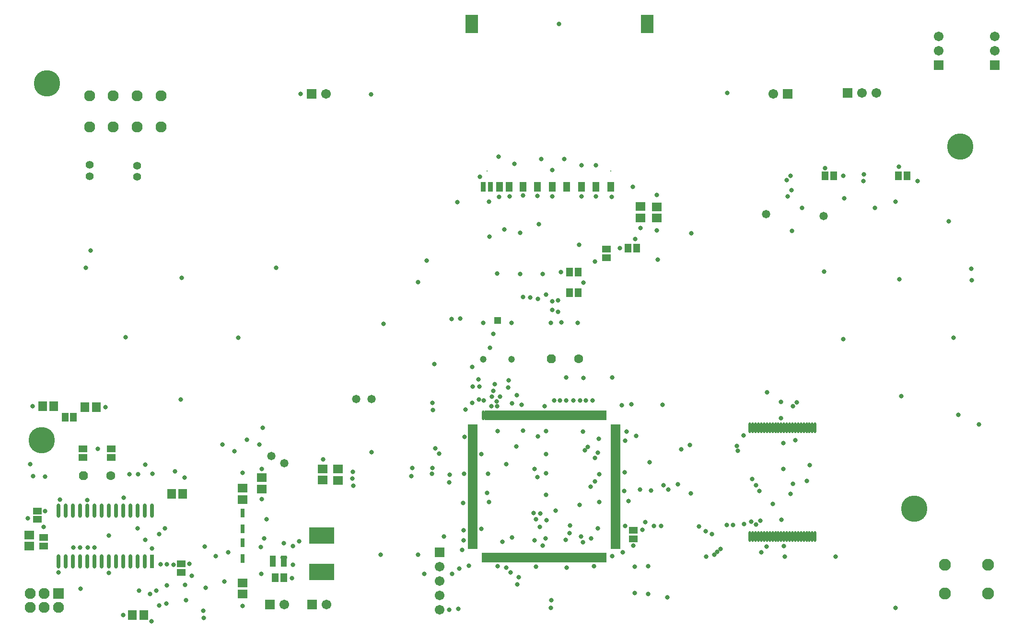
<source format=gbs>
G04 Layer_Color=16711935*
%FSLAX25Y25*%
%MOIN*%
G70*
G01*
G75*
%ADD93R,0.05131X0.06312*%
%ADD94R,0.06312X0.05131*%
%ADD95R,0.06312X0.06706*%
%ADD96R,0.04343X0.02769*%
G04:AMPARAMS|DCode=97|XSize=43.43mil|YSize=27.69mil|CornerRadius=8.92mil|HoleSize=0mil|Usage=FLASHONLY|Rotation=0.000|XOffset=0mil|YOffset=0mil|HoleType=Round|Shape=RoundedRectangle|*
%AMROUNDEDRECTD97*
21,1,0.04343,0.00984,0,0,0.0*
21,1,0.02559,0.02769,0,0,0.0*
1,1,0.01784,0.01280,-0.00492*
1,1,0.01784,-0.01280,-0.00492*
1,1,0.01784,-0.01280,0.00492*
1,1,0.01784,0.01280,0.00492*
%
%ADD97ROUNDEDRECTD97*%
%ADD98R,0.06706X0.06312*%
%ADD99R,0.03162X0.06115*%
%ADD105R,0.17532X0.11706*%
%ADD110C,0.18300*%
%ADD111R,0.07631X0.07631*%
%ADD112C,0.07631*%
%ADD113C,0.00800*%
%ADD114C,0.07700*%
%ADD115R,0.06706X0.06706*%
%ADD116C,0.06706*%
%ADD117C,0.04700*%
%ADD118C,0.08300*%
%ADD119R,0.06706X0.06706*%
%ADD120P,0.06832X8X22.5*%
%ADD121C,0.06312*%
%ADD122C,0.05524*%
%ADD123C,0.05800*%
%ADD124C,0.03300*%
%ADD125R,0.08674X0.12611*%
%ADD126R,0.03556X0.06706*%
%ADD127R,0.04737X0.06706*%
%ADD128R,0.04700X0.04700*%
%ADD129O,0.01981X0.06706*%
%ADD130R,0.01981X0.06706*%
%ADD131R,0.06706X0.01981*%
%ADD132O,0.01981X0.07493*%
%ADD133O,0.02800X0.09800*%
%ADD134R,0.02800X0.09800*%
D93*
X39553Y147100D02*
D03*
X33647D02*
D03*
X425047Y264900D02*
D03*
X430953D02*
D03*
X384547Y248200D02*
D03*
X390453D02*
D03*
X384547Y233800D02*
D03*
X390453D02*
D03*
X613147Y315000D02*
D03*
X619053D02*
D03*
X562147D02*
D03*
X568053D02*
D03*
X185653Y35300D02*
D03*
X179747D02*
D03*
D94*
X410000Y264153D02*
D03*
Y258247D02*
D03*
X114500Y39047D02*
D03*
Y44953D02*
D03*
X14300Y81853D02*
D03*
Y75947D02*
D03*
X46000Y125053D02*
D03*
Y119147D02*
D03*
X65800Y125053D02*
D03*
Y119147D02*
D03*
X428600Y68453D02*
D03*
Y62547D02*
D03*
X18800Y63453D02*
D03*
Y57547D02*
D03*
D95*
X88337Y9400D02*
D03*
X80463D02*
D03*
X115537Y93900D02*
D03*
X107663D02*
D03*
X25837Y154900D02*
D03*
X17963D02*
D03*
X55337Y154100D02*
D03*
X47463D02*
D03*
D96*
X178120Y44382D02*
D03*
Y46941D02*
D03*
Y49500D02*
D03*
X185600Y44382D02*
D03*
Y46941D02*
D03*
D97*
Y49500D02*
D03*
D98*
X170500Y97063D02*
D03*
Y104937D02*
D03*
X445100Y285663D02*
D03*
Y293537D02*
D03*
X433800Y285863D02*
D03*
Y293737D02*
D03*
X223300Y111037D02*
D03*
Y103163D02*
D03*
X212700Y111237D02*
D03*
Y103363D02*
D03*
X156900Y89863D02*
D03*
Y97737D02*
D03*
X157000Y23963D02*
D03*
Y31837D02*
D03*
X8700Y57363D02*
D03*
Y65237D02*
D03*
D99*
X156900Y69288D02*
D03*
Y80312D02*
D03*
Y48688D02*
D03*
Y59712D02*
D03*
D105*
X212000Y64877D02*
D03*
Y39523D02*
D03*
D110*
X17500Y131000D02*
D03*
X656000Y335500D02*
D03*
X624000Y83500D02*
D03*
X21000Y379500D02*
D03*
D111*
X29000Y24500D02*
D03*
D112*
X19158D02*
D03*
X9315D02*
D03*
X29000Y14658D02*
D03*
X19158D02*
D03*
X9315D02*
D03*
D113*
X327021Y318450D02*
D03*
X413084D02*
D03*
D114*
X50600Y349000D02*
D03*
X67150D02*
D03*
X83690D02*
D03*
X100230D02*
D03*
Y370700D02*
D03*
X83690D02*
D03*
X67150D02*
D03*
X50600D02*
D03*
D115*
X641100Y392200D02*
D03*
X680200D02*
D03*
X293900Y53000D02*
D03*
D116*
X641100Y402200D02*
D03*
Y412200D02*
D03*
X680200Y402200D02*
D03*
Y412200D02*
D03*
X215000Y372000D02*
D03*
X526000D02*
D03*
X215300Y16800D02*
D03*
X293900Y43000D02*
D03*
Y33000D02*
D03*
Y23000D02*
D03*
Y13000D02*
D03*
X186200Y16800D02*
D03*
X597700Y372600D02*
D03*
X587700D02*
D03*
D117*
X344100Y187500D02*
D03*
X324415D02*
D03*
D118*
X645475Y44413D02*
D03*
Y24413D02*
D03*
X675475D02*
D03*
Y44413D02*
D03*
D119*
X205000Y372000D02*
D03*
X536000D02*
D03*
X205300Y16800D02*
D03*
X176200D02*
D03*
X577700Y372600D02*
D03*
D120*
X371594Y187700D02*
D03*
X46294Y106500D02*
D03*
D121*
X390806Y187700D02*
D03*
X65506Y106500D02*
D03*
D122*
X50800Y314800D02*
D03*
Y322674D02*
D03*
X83600Y314300D02*
D03*
Y322174D02*
D03*
D123*
X235900Y159900D02*
D03*
X246800D02*
D03*
X185900Y115000D02*
D03*
X177000Y120200D02*
D03*
X561100Y287100D02*
D03*
X521200Y288400D02*
D03*
D124*
X479300Y50000D02*
D03*
X534200D02*
D03*
X521300Y57000D02*
D03*
X517600Y53100D02*
D03*
X439000Y43300D02*
D03*
X533000Y111000D02*
D03*
X332500Y170000D02*
D03*
X359500Y80500D02*
D03*
X392500Y64000D02*
D03*
X285000Y256000D02*
D03*
X402067Y255567D02*
D03*
X391000Y267000D02*
D03*
X469055Y275055D02*
D03*
X533300Y57500D02*
D03*
X485000Y51400D02*
D03*
X393600Y60000D02*
D03*
X414000Y50500D02*
D03*
X384500Y66500D02*
D03*
X364000Y80000D02*
D03*
X363600Y70800D02*
D03*
X368000Y93000D02*
D03*
X362000Y105500D02*
D03*
X360000Y111000D02*
D03*
X368500Y75500D02*
D03*
X334500Y43500D02*
D03*
X483300Y65900D02*
D03*
X474300Y71000D02*
D03*
X479000Y67800D02*
D03*
X445600Y256700D02*
D03*
X419300Y264900D02*
D03*
X302547Y215553D02*
D03*
X308453Y215753D02*
D03*
X328800Y272600D02*
D03*
X279200Y241000D02*
D03*
X368000Y108000D02*
D03*
Y121500D02*
D03*
X362400Y133700D02*
D03*
X138500Y50500D02*
D03*
X156900Y108500D02*
D03*
X170500Y90000D02*
D03*
X172200Y62900D02*
D03*
X64200Y38800D02*
D03*
X9500Y114500D02*
D03*
X18800Y70800D02*
D03*
X11500Y106000D02*
D03*
X19653Y105653D02*
D03*
X89500Y114000D02*
D03*
X170500Y111000D02*
D03*
X494200Y372700D02*
D03*
X93800Y5000D02*
D03*
X84500Y107500D02*
D03*
X143100Y128200D02*
D03*
X168800D02*
D03*
X159900Y131400D02*
D03*
X151300Y123500D02*
D03*
X94300Y107600D02*
D03*
X116800Y105100D02*
D03*
X283300Y38200D02*
D03*
X84116Y69716D02*
D03*
X94200Y55800D02*
D03*
X246800Y122900D02*
D03*
X234000Y99400D02*
D03*
X433700Y278700D02*
D03*
X233500Y104300D02*
D03*
X110000Y109400D02*
D03*
X233600Y109000D02*
D03*
X54200Y56500D02*
D03*
X49300D02*
D03*
X44200D02*
D03*
X39300D02*
D03*
X74300Y91100D02*
D03*
X7800Y76700D02*
D03*
X49200Y89400D02*
D03*
X19653Y81853D02*
D03*
X344100Y212600D02*
D03*
X423000Y130900D02*
D03*
X428600Y57600D02*
D03*
X441141Y95941D02*
D03*
X453100Y96800D02*
D03*
X459600Y100400D02*
D03*
X311457Y133443D02*
D03*
X323153Y121553D02*
D03*
X327800Y107900D02*
D03*
X381600Y61600D02*
D03*
X340500Y114400D02*
D03*
X391300Y86200D02*
D03*
X405100Y88200D02*
D03*
X404900Y107300D02*
D03*
X393800Y137000D02*
D03*
X367900Y137300D02*
D03*
X352200Y137600D02*
D03*
X334500Y137300D02*
D03*
X613800Y243200D02*
D03*
X574700Y201300D02*
D03*
X614900Y161600D02*
D03*
X651400Y202400D02*
D03*
X75700Y202700D02*
D03*
X113900Y159400D02*
D03*
X153900Y202400D02*
D03*
X114600Y244100D02*
D03*
X51500Y263000D02*
D03*
X48000Y251000D02*
D03*
X170900Y139600D02*
D03*
X180363Y251137D02*
D03*
X561437Y248437D02*
D03*
X648063Y283437D02*
D03*
X531500Y146500D02*
D03*
X569500Y50000D02*
D03*
X611000Y14500D02*
D03*
X541500Y131000D02*
D03*
X511500Y104000D02*
D03*
X439900Y115900D02*
D03*
X549300Y102800D02*
D03*
X521700Y164300D02*
D03*
X246500Y371700D02*
D03*
X197400Y372000D02*
D03*
X654563Y148637D02*
D03*
X663563Y250437D02*
D03*
X574700Y315000D02*
D03*
X561900Y320400D02*
D03*
X664037Y242563D02*
D03*
X487200Y53500D02*
D03*
X346000Y323300D02*
D03*
X306300Y296900D02*
D03*
X352217Y301583D02*
D03*
X372296Y300796D02*
D03*
X364600Y326700D02*
D03*
X380600D02*
D03*
X372500Y319000D02*
D03*
X392700Y300600D02*
D03*
Y322500D02*
D03*
X402800Y322400D02*
D03*
Y300900D02*
D03*
X413563Y300537D02*
D03*
X428400Y307500D02*
D03*
X323053Y69453D02*
D03*
X335300Y300500D02*
D03*
X342600Y300600D02*
D03*
X328437Y296963D02*
D03*
X362900Y281400D02*
D03*
X362178Y300978D02*
D03*
X339100Y277900D02*
D03*
X349900Y275300D02*
D03*
X445100Y301700D02*
D03*
Y277000D02*
D03*
X377016Y420616D02*
D03*
X374800Y82162D02*
D03*
X359900Y61500D02*
D03*
X328300Y88200D02*
D03*
X311000Y107900D02*
D03*
X462200Y124900D02*
D03*
X427400Y156000D02*
D03*
X371500Y212800D02*
D03*
X390100Y212800D02*
D03*
X324400Y212800D02*
D03*
X252900Y51300D02*
D03*
X279000Y51400D02*
D03*
X401400Y43500D02*
D03*
X539200Y276600D02*
D03*
X394200Y174500D02*
D03*
X669000Y142000D02*
D03*
X11100Y154900D02*
D03*
X61800Y154100D02*
D03*
X56253Y125053D02*
D03*
X169600Y56800D02*
D03*
X169900Y38100D02*
D03*
X73900Y9400D02*
D03*
X104300Y44800D02*
D03*
X157000Y15700D02*
D03*
X173600Y76100D02*
D03*
X144500Y32800D02*
D03*
X146900Y52947D02*
D03*
X192000Y57300D02*
D03*
X99100Y65600D02*
D03*
X452400Y21800D02*
D03*
X422300Y95800D02*
D03*
X439000Y24200D02*
D03*
X402100Y102500D02*
D03*
X371600Y19700D02*
D03*
X429800Y43100D02*
D03*
X104000Y17300D02*
D03*
X307000Y13900D02*
D03*
X130100Y7300D02*
D03*
X117700Y19700D02*
D03*
X97000Y26500D02*
D03*
X300700Y13100D02*
D03*
X129800Y12500D02*
D03*
X99200Y16200D02*
D03*
X212900Y117600D02*
D03*
X626300Y311300D02*
D03*
X192182Y44382D02*
D03*
X404200Y69600D02*
D03*
X545900Y292600D02*
D03*
X321900Y314400D02*
D03*
X588872Y311573D02*
D03*
X535300Y312200D02*
D03*
X429800Y24900D02*
D03*
X399550Y62650D02*
D03*
X489500Y55500D02*
D03*
X435100Y68600D02*
D03*
X447900Y71300D02*
D03*
X442900D02*
D03*
X425400Y88900D02*
D03*
X468645Y94245D02*
D03*
X433500Y96800D02*
D03*
X422600Y108800D02*
D03*
X468100Y127600D02*
D03*
X500700Y127100D02*
D03*
X501400Y123900D02*
D03*
X532900Y129200D02*
D03*
X551300Y113600D02*
D03*
X525600Y86600D02*
D03*
X448900Y155800D02*
D03*
X420700Y155300D02*
D03*
X351000Y155700D02*
D03*
X310800Y61400D02*
D03*
X100100Y44600D02*
D03*
X104400Y30200D02*
D03*
X117100Y30500D02*
D03*
X185700Y59400D02*
D03*
X196300Y60800D02*
D03*
X366900Y154600D02*
D03*
X400500Y158900D02*
D03*
X382100Y174600D02*
D03*
X348900Y35700D02*
D03*
X348000Y30900D02*
D03*
X340500Y42300D02*
D03*
X343300Y39100D02*
D03*
X361200Y43000D02*
D03*
X539800Y154600D02*
D03*
X531500Y157900D02*
D03*
X542500Y157400D02*
D03*
X493600Y72100D02*
D03*
X498000D02*
D03*
X436900Y74000D02*
D03*
X382400Y42500D02*
D03*
X538000Y315200D02*
D03*
X538600Y305000D02*
D03*
X575400Y299400D02*
D03*
X596700Y292900D02*
D03*
X610900Y297200D02*
D03*
X404800Y132100D02*
D03*
X531800Y75700D02*
D03*
X44500Y27700D02*
D03*
X191500Y35000D02*
D03*
X505300Y134300D02*
D03*
X423000Y71400D02*
D03*
X613500Y321500D02*
D03*
X109000Y44500D02*
D03*
X535900Y300700D02*
D03*
X510800Y74500D02*
D03*
X516300Y95700D02*
D03*
X514100Y72300D02*
D03*
X505700Y72600D02*
D03*
X395600Y158700D02*
D03*
X391700Y158600D02*
D03*
X387100Y158700D02*
D03*
X517200Y75100D02*
D03*
X514100Y99800D02*
D03*
X330400Y161400D02*
D03*
X333800Y158100D02*
D03*
X449800Y99900D02*
D03*
X589000Y316100D02*
D03*
X399200Y98600D02*
D03*
X371400Y14500D02*
D03*
X92700Y24000D02*
D03*
X84900Y26400D02*
D03*
X337800Y60500D02*
D03*
X103100Y69900D02*
D03*
X537900Y93800D02*
D03*
X539700Y100600D02*
D03*
X384600Y71800D02*
D03*
X120047Y44953D02*
D03*
X131500Y28300D02*
D03*
X130600Y57000D02*
D03*
X429937Y271163D02*
D03*
X329100Y195400D02*
D03*
X365800Y57900D02*
D03*
X347300Y126900D02*
D03*
X347700Y162400D02*
D03*
X334181Y246981D02*
D03*
X349929Y246771D02*
D03*
X365677Y246723D02*
D03*
X342100Y172600D02*
D03*
X344300Y156900D02*
D03*
X341600Y167700D02*
D03*
X360956Y76256D02*
D03*
X367700Y62900D02*
D03*
X331500Y205000D02*
D03*
X344500Y63500D02*
D03*
X394900Y124000D02*
D03*
X401900Y118900D02*
D03*
X404000Y122500D02*
D03*
X397000Y126500D02*
D03*
X373600Y158900D02*
D03*
X377700Y158800D02*
D03*
X382100D02*
D03*
X302800Y38200D02*
D03*
X314400Y43800D02*
D03*
X307800Y41700D02*
D03*
X327100Y94300D02*
D03*
X297000Y64205D02*
D03*
X430600Y134100D02*
D03*
X351898Y230902D02*
D03*
X311900Y152300D02*
D03*
X310600Y68500D02*
D03*
X310400Y87300D02*
D03*
X301100Y107200D02*
D03*
X300700Y101800D02*
D03*
X293600Y121900D02*
D03*
X274300Y106000D02*
D03*
X275200Y111700D02*
D03*
X289200Y111800D02*
D03*
X288700Y107800D02*
D03*
X289500Y152000D02*
D03*
X288900Y157100D02*
D03*
X357100Y230300D02*
D03*
X378700Y213000D02*
D03*
X376400Y220500D02*
D03*
Y228300D02*
D03*
X368100Y232500D02*
D03*
X372300Y227800D02*
D03*
Y221900D02*
D03*
X362400Y229300D02*
D03*
X414100Y174800D02*
D03*
X423900Y137200D02*
D03*
X330000Y154800D02*
D03*
X334000Y154900D02*
D03*
X321100Y173400D02*
D03*
X316900Y168400D02*
D03*
X316800Y157200D02*
D03*
X321600Y168300D02*
D03*
X321400Y159400D02*
D03*
X324600Y158800D02*
D03*
X290300Y184000D02*
D03*
X255100Y212200D02*
D03*
X316700Y182000D02*
D03*
X30100Y89800D02*
D03*
X64200Y64600D02*
D03*
X78300Y107500D02*
D03*
X121800Y36600D02*
D03*
X394000Y240600D02*
D03*
X378300Y248100D02*
D03*
X291200Y125300D02*
D03*
X336200Y161400D02*
D03*
X331400Y165400D02*
D03*
X29200Y39000D02*
D03*
X89500Y61600D02*
D03*
X334900Y328300D02*
D03*
X309800Y54800D02*
D03*
X421500Y53100D02*
D03*
D125*
X316548Y420616D02*
D03*
X438359D02*
D03*
D126*
X324540Y307427D02*
D03*
X329265D02*
D03*
D127*
X335564D02*
D03*
X342257D02*
D03*
X352217D02*
D03*
X362178D02*
D03*
X372296D02*
D03*
X382493D02*
D03*
X392690D02*
D03*
X402887D02*
D03*
X413084D02*
D03*
D128*
X334258Y214272D02*
D03*
D129*
X324500Y148500D02*
D03*
D130*
X326468Y148500D02*
D03*
X328437D02*
D03*
X330406D02*
D03*
X332374D02*
D03*
X334343D02*
D03*
X336311Y148500D02*
D03*
X338279Y148500D02*
D03*
X340248D02*
D03*
X342217D02*
D03*
X344185Y148500D02*
D03*
X346153Y148500D02*
D03*
X348122Y148500D02*
D03*
X350091Y148500D02*
D03*
X352059Y148500D02*
D03*
X354028D02*
D03*
X355996D02*
D03*
X357964D02*
D03*
X359933D02*
D03*
X361902D02*
D03*
X363870Y148500D02*
D03*
X365839Y148500D02*
D03*
X367807Y148500D02*
D03*
X369776Y148500D02*
D03*
X371744D02*
D03*
X373712D02*
D03*
X375681Y148500D02*
D03*
X377649D02*
D03*
X379618Y148500D02*
D03*
X381587D02*
D03*
X383555D02*
D03*
X385524D02*
D03*
X387492D02*
D03*
X389461Y148500D02*
D03*
X391429Y148500D02*
D03*
X393397D02*
D03*
X395366D02*
D03*
X397334D02*
D03*
X399303Y148500D02*
D03*
X401272Y148500D02*
D03*
X403240D02*
D03*
X405208D02*
D03*
X407177Y148500D02*
D03*
X409146Y148500D02*
D03*
X409145Y49288D02*
D03*
X407177Y49288D02*
D03*
X405208D02*
D03*
X403240Y49288D02*
D03*
X401272Y49288D02*
D03*
X399303D02*
D03*
X397334D02*
D03*
X395366D02*
D03*
X393397D02*
D03*
X391429D02*
D03*
X389460Y49288D02*
D03*
X387492Y49288D02*
D03*
X385524D02*
D03*
X383555Y49288D02*
D03*
X381587Y49288D02*
D03*
X379618D02*
D03*
X377649D02*
D03*
X375681D02*
D03*
X373712D02*
D03*
X371744D02*
D03*
X369776Y49288D02*
D03*
X367807Y49288D02*
D03*
X365839D02*
D03*
X363870Y49288D02*
D03*
X361902Y49288D02*
D03*
X359933D02*
D03*
X357964D02*
D03*
X355996D02*
D03*
X354028D02*
D03*
X352059D02*
D03*
X350091Y49288D02*
D03*
X348122Y49288D02*
D03*
X346153D02*
D03*
X344185Y49288D02*
D03*
X342217Y49288D02*
D03*
X340248D02*
D03*
X338279D02*
D03*
X336311D02*
D03*
X334343D02*
D03*
X332374D02*
D03*
X330405Y49288D02*
D03*
X328437Y49288D02*
D03*
X326468D02*
D03*
X324500Y49288D02*
D03*
D131*
X416429Y141217D02*
D03*
Y139248D02*
D03*
Y137279D02*
D03*
X416429Y135311D02*
D03*
X416429Y133343D02*
D03*
X416429Y131374D02*
D03*
X416429Y129405D02*
D03*
Y127437D02*
D03*
Y125469D02*
D03*
Y123500D02*
D03*
Y121532D02*
D03*
Y119563D02*
D03*
Y117595D02*
D03*
X416429Y115626D02*
D03*
X416429Y113658D02*
D03*
Y111689D02*
D03*
X416429Y109720D02*
D03*
X416429Y107752D02*
D03*
Y105783D02*
D03*
Y103815D02*
D03*
Y101847D02*
D03*
Y99878D02*
D03*
Y97909D02*
D03*
X416429Y95941D02*
D03*
X416429Y93973D02*
D03*
Y92004D02*
D03*
Y90035D02*
D03*
Y88067D02*
D03*
Y86098D02*
D03*
Y84130D02*
D03*
Y82162D02*
D03*
Y80193D02*
D03*
X416429Y78224D02*
D03*
X416429Y76256D02*
D03*
X416429Y74288D02*
D03*
Y72319D02*
D03*
X416429Y70351D02*
D03*
X416429Y68382D02*
D03*
Y66413D02*
D03*
Y64445D02*
D03*
Y62477D02*
D03*
Y60508D02*
D03*
Y58539D02*
D03*
X416429Y56571D02*
D03*
X317217D02*
D03*
X317216Y58539D02*
D03*
X317216Y60508D02*
D03*
X317216Y62477D02*
D03*
X317216Y64445D02*
D03*
Y66413D02*
D03*
Y68382D02*
D03*
Y70350D02*
D03*
X317216Y72319D02*
D03*
X317216Y74288D02*
D03*
X317217Y76256D02*
D03*
X317216Y78224D02*
D03*
X317216Y80193D02*
D03*
X317216Y82162D02*
D03*
Y84130D02*
D03*
Y86098D02*
D03*
Y88067D02*
D03*
X317216Y90035D02*
D03*
X317216Y92004D02*
D03*
X317216Y93973D02*
D03*
X317217Y95941D02*
D03*
X317216Y97909D02*
D03*
Y99878D02*
D03*
Y101847D02*
D03*
X317216Y103815D02*
D03*
X317216Y105783D02*
D03*
X317216Y107752D02*
D03*
X317216Y109720D02*
D03*
X317216Y111689D02*
D03*
X317216Y113658D02*
D03*
X317217Y115626D02*
D03*
X317216Y117595D02*
D03*
Y119563D02*
D03*
X317217Y121531D02*
D03*
X317216Y123500D02*
D03*
X317216Y125469D02*
D03*
X317216Y127437D02*
D03*
Y129405D02*
D03*
Y131374D02*
D03*
X317216Y133343D02*
D03*
X317217Y135311D02*
D03*
X317216Y137279D02*
D03*
X317216Y139248D02*
D03*
X317217Y141217D02*
D03*
D132*
X555138Y64205D02*
D03*
X553169D02*
D03*
X551201D02*
D03*
X549232D02*
D03*
X547264D02*
D03*
X545295D02*
D03*
X543327D02*
D03*
X541358D02*
D03*
X539390D02*
D03*
X537421D02*
D03*
X535453D02*
D03*
X533484D02*
D03*
X531516D02*
D03*
X529547D02*
D03*
X527579D02*
D03*
X525610D02*
D03*
X523642D02*
D03*
X521673D02*
D03*
X519705D02*
D03*
X517736D02*
D03*
X515768D02*
D03*
X513799D02*
D03*
X511831D02*
D03*
X509862D02*
D03*
X555138Y139795D02*
D03*
X553169D02*
D03*
X551201D02*
D03*
X549232D02*
D03*
X547264D02*
D03*
X545295D02*
D03*
X543327D02*
D03*
X541358D02*
D03*
X539390D02*
D03*
X537421D02*
D03*
X535453D02*
D03*
X533484D02*
D03*
X531516D02*
D03*
X529547D02*
D03*
X527579D02*
D03*
X525610D02*
D03*
X523642D02*
D03*
X521673D02*
D03*
X519705D02*
D03*
X517736D02*
D03*
X515768D02*
D03*
X513799D02*
D03*
X511831D02*
D03*
X509862D02*
D03*
D133*
X29200Y82033D02*
D03*
X34200D02*
D03*
X39200D02*
D03*
X44200D02*
D03*
X49200D02*
D03*
X54200D02*
D03*
X59200D02*
D03*
X64200D02*
D03*
X69200D02*
D03*
X74200D02*
D03*
X79200D02*
D03*
X84200D02*
D03*
X89200D02*
D03*
X94200D02*
D03*
X29200Y46600D02*
D03*
X34200D02*
D03*
X39200D02*
D03*
X44200D02*
D03*
X49200D02*
D03*
X54200D02*
D03*
X59200D02*
D03*
X64200D02*
D03*
X69200D02*
D03*
X74200D02*
D03*
X79200D02*
D03*
X84200D02*
D03*
X89200D02*
D03*
D134*
X94200D02*
D03*
M02*

</source>
